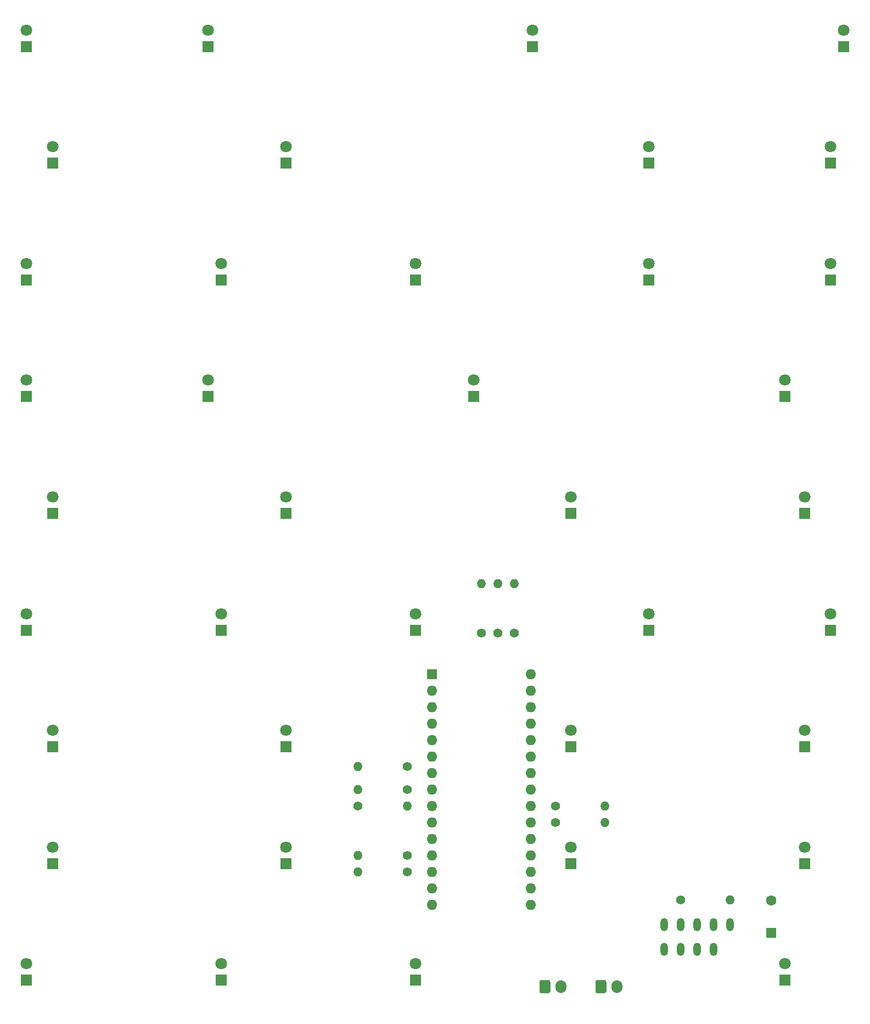
<source format=gbr>
%TF.GenerationSoftware,KiCad,Pcbnew,(5.1.7)-1*%
%TF.CreationDate,2020-10-17T18:25:27+02:00*%
%TF.ProjectId,SteirischeWortUhr2,53746569-7269-4736-9368-65576f727455,rev?*%
%TF.SameCoordinates,Original*%
%TF.FileFunction,Soldermask,Bot*%
%TF.FilePolarity,Negative*%
%FSLAX46Y46*%
G04 Gerber Fmt 4.6, Leading zero omitted, Abs format (unit mm)*
G04 Created by KiCad (PCBNEW (5.1.7)-1) date 2020-10-17 18:25:27*
%MOMM*%
%LPD*%
G01*
G04 APERTURE LIST*
%ADD10O,1.700000X2.000000*%
%ADD11O,1.400000X1.400000*%
%ADD12C,1.400000*%
%ADD13C,1.800000*%
%ADD14R,1.800000X1.800000*%
%ADD15O,1.200000X2.000000*%
%ADD16C,1.600000*%
%ADD17R,1.600000X1.600000*%
%ADD18O,1.600000X1.600000*%
G04 APERTURE END LIST*
D10*
%TO.C,J2KEY1*%
X111085000Y-164973000D03*
G36*
G01*
X107735000Y-165723000D02*
X107735000Y-164223000D01*
G75*
G02*
X107985000Y-163973000I250000J0D01*
G01*
X109185000Y-163973000D01*
G75*
G02*
X109435000Y-164223000I0J-250000D01*
G01*
X109435000Y-165723000D01*
G75*
G02*
X109185000Y-165973000I-250000J0D01*
G01*
X107985000Y-165973000D01*
G75*
G02*
X107735000Y-165723000I0J250000D01*
G01*
G37*
%TD*%
%TO.C,J1PWR1*%
X102449000Y-164973000D03*
G36*
G01*
X99099000Y-165723000D02*
X99099000Y-164223000D01*
G75*
G02*
X99349000Y-163973000I250000J0D01*
G01*
X100549000Y-163973000D01*
G75*
G02*
X100799000Y-164223000I0J-250000D01*
G01*
X100799000Y-165723000D01*
G75*
G02*
X100549000Y-165973000I-250000J0D01*
G01*
X99349000Y-165973000D01*
G75*
G02*
X99099000Y-165723000I0J250000D01*
G01*
G37*
%TD*%
D11*
%TO.C,R11*%
X128524000Y-151638000D03*
D12*
X120904000Y-151638000D03*
%TD*%
D11*
%TO.C,R10*%
X71120000Y-147320000D03*
D12*
X78740000Y-147320000D03*
%TD*%
D11*
%TO.C,R9*%
X71120000Y-144780000D03*
D12*
X78740000Y-144780000D03*
%TD*%
D11*
%TO.C,R8*%
X109220000Y-137160000D03*
D12*
X101600000Y-137160000D03*
%TD*%
D11*
%TO.C,R7*%
X71120000Y-131064000D03*
D12*
X78740000Y-131064000D03*
%TD*%
D11*
%TO.C,R6*%
X109220000Y-139700000D03*
D12*
X101600000Y-139700000D03*
%TD*%
D11*
%TO.C,R5*%
X78740000Y-137160000D03*
D12*
X71120000Y-137160000D03*
%TD*%
D11*
%TO.C,R4*%
X71120000Y-134620000D03*
D12*
X78740000Y-134620000D03*
%TD*%
D11*
%TO.C,R3*%
X92710000Y-102870000D03*
D12*
X92710000Y-110490000D03*
%TD*%
D11*
%TO.C,R2*%
X90170000Y-102870000D03*
D12*
X90170000Y-110490000D03*
%TD*%
D11*
%TO.C,R1*%
X95250000Y-102870000D03*
D12*
X95250000Y-110490000D03*
%TD*%
D13*
%TO.C,LED_\u00D6FE_1*%
X137000000Y-161460000D03*
D14*
X137000000Y-164000000D03*
%TD*%
D13*
%TO.C,LED_ZW\u00D6LFE_3*%
X20000000Y-107460000D03*
D14*
X20000000Y-110000000D03*
%TD*%
D13*
%TO.C,LED_ZW\u00D6LFE_2*%
X50000000Y-107460000D03*
D14*
X50000000Y-110000000D03*
%TD*%
D13*
%TO.C,LED_ZW\u00D6LFE_1*%
X80000000Y-107460000D03*
D14*
X80000000Y-110000000D03*
%TD*%
D13*
%TO.C,LED_ZWA_1*%
X89000000Y-71460000D03*
D14*
X89000000Y-74000000D03*
%TD*%
D13*
%TO.C,LED_ZEHNE_2*%
X104000000Y-143460000D03*
D14*
X104000000Y-146000000D03*
%TD*%
D13*
%TO.C,LED_ZEHNE_1*%
X140000000Y-143460000D03*
D14*
X140000000Y-146000000D03*
%TD*%
D13*
%TO.C,LED_VUABEI_3*%
X20000000Y-161460000D03*
D14*
X20000000Y-164000000D03*
%TD*%
D13*
%TO.C,LED_VUABEI_2*%
X50000000Y-161460000D03*
D14*
X50000000Y-164000000D03*
%TD*%
D13*
%TO.C,LED_VUABEI_1*%
X80000000Y-161460000D03*
D14*
X80000000Y-164000000D03*
%TD*%
D13*
%TO.C,LED_VIERTL_3*%
X20000000Y-53460000D03*
D14*
X20000000Y-56000000D03*
%TD*%
D13*
%TO.C,LED_VIERTL_2*%
X50000000Y-53460000D03*
D14*
X50000000Y-56000000D03*
%TD*%
D13*
%TO.C,LED_VIERTL_1*%
X80000000Y-53460000D03*
D14*
X80000000Y-56000000D03*
%TD*%
D13*
%TO.C,LED_VIERE_2*%
X104000000Y-89460000D03*
D14*
X104000000Y-92000000D03*
%TD*%
D13*
%TO.C,LED_VIERE_1*%
X140000000Y-89460000D03*
D14*
X140000000Y-92000000D03*
%TD*%
D13*
%TO.C,LED_SIEBN_2*%
X24000000Y-143460000D03*
D14*
X24000000Y-146000000D03*
%TD*%
D13*
%TO.C,LED_SIEBN_1*%
X60000000Y-143460000D03*
D14*
X60000000Y-146000000D03*
%TD*%
D13*
%TO.C,LED_SEXE_2*%
X144000000Y-107460000D03*
D14*
X144000000Y-110000000D03*
%TD*%
D13*
%TO.C,LED_SEXE_1*%
X116000000Y-107460000D03*
D14*
X116000000Y-110000000D03*
%TD*%
D13*
%TO.C,LED_SCHO_2*%
X116000000Y-35460000D03*
D14*
X116000000Y-38000000D03*
%TD*%
D13*
%TO.C,LED_SCHO_1*%
X144000000Y-35460000D03*
D14*
X144000000Y-38000000D03*
%TD*%
D13*
%TO.C,LED_OCHTE_2*%
X104000000Y-125460000D03*
D14*
X104000000Y-128000000D03*
%TD*%
D13*
%TO.C,LED_OCHTE_1*%
X140000000Y-125460000D03*
D14*
X140000000Y-128000000D03*
%TD*%
D13*
%TO.C,LED_NAINE_2*%
X24000000Y-125460000D03*
D14*
X24000000Y-128000000D03*
%TD*%
D13*
%TO.C,LED_NAINE_1*%
X60000000Y-125460000D03*
D14*
X60000000Y-128000000D03*
%TD*%
D13*
%TO.C,LED_HOLBA_2*%
X24000000Y-35460000D03*
D14*
X24000000Y-38000000D03*
%TD*%
D13*
%TO.C,LED_HOLBA_1*%
X60000000Y-35460000D03*
D14*
X60000000Y-38000000D03*
%TD*%
D13*
%TO.C,LED_GLEI_2*%
X20000000Y-17460000D03*
D14*
X20000000Y-20000000D03*
%TD*%
D13*
%TO.C,LED_GLEI_1*%
X48000000Y-17460000D03*
D14*
X48000000Y-20000000D03*
%TD*%
D13*
%TO.C,LED_F\u00DCNFE_2*%
X24000000Y-89460000D03*
D14*
X24000000Y-92000000D03*
%TD*%
D13*
%TO.C,LED_F\u00DCNFE_1*%
X60000000Y-89460000D03*
D14*
X60000000Y-92000000D03*
%TD*%
D13*
%TO.C,LED_ESIS_2*%
X98000000Y-17460000D03*
D14*
X98000000Y-20000000D03*
%TD*%
D13*
%TO.C,LED_ESIS_1*%
X146000000Y-17460000D03*
D14*
X146000000Y-20000000D03*
%TD*%
D13*
%TO.C,LED_DREI_2*%
X20000000Y-71460000D03*
D14*
X20000000Y-74000000D03*
%TD*%
D13*
%TO.C,LED_DREI_1*%
X48000000Y-71460000D03*
D14*
X48000000Y-74000000D03*
%TD*%
D13*
%TO.C,LED_DREI4TL_2*%
X116000000Y-53460000D03*
D14*
X116000000Y-56000000D03*
%TD*%
D13*
%TO.C,LED_DREI4TL_1*%
X144000000Y-53460000D03*
D14*
X144000000Y-56000000D03*
%TD*%
D13*
%TO.C,LED_ANS_1*%
X137000000Y-71460000D03*
D14*
X137000000Y-74000000D03*
%TD*%
D15*
%TO.C,DCF2*%
X128524000Y-155448000D03*
X125984000Y-155448000D03*
X123444000Y-155448000D03*
X120904000Y-155448000D03*
X118364000Y-155448000D03*
%TD*%
%TO.C,DCF1*%
X125984000Y-159258000D03*
X123444000Y-159258000D03*
X120904000Y-159258000D03*
X118364000Y-159258000D03*
%TD*%
D16*
%TO.C,C1*%
X134874000Y-151718000D03*
D17*
X134874000Y-156718000D03*
%TD*%
D18*
%TO.C,ArduinoNanoV3*%
X97790000Y-152400000D03*
X82550000Y-152400000D03*
X97790000Y-116840000D03*
X82550000Y-149860000D03*
X97790000Y-119380000D03*
X82550000Y-147320000D03*
X97790000Y-121920000D03*
X82550000Y-144780000D03*
X97790000Y-124460000D03*
X82550000Y-142240000D03*
X97790000Y-127000000D03*
X82550000Y-139700000D03*
X97790000Y-129540000D03*
X82550000Y-137160000D03*
X97790000Y-132080000D03*
X82550000Y-134620000D03*
X97790000Y-134620000D03*
X82550000Y-132080000D03*
X97790000Y-137160000D03*
X82550000Y-129540000D03*
X97790000Y-139700000D03*
X82550000Y-127000000D03*
X97790000Y-142240000D03*
X82550000Y-124460000D03*
X97790000Y-144780000D03*
X82550000Y-121920000D03*
X97790000Y-147320000D03*
X82550000Y-119380000D03*
X97790000Y-149860000D03*
D17*
X82550000Y-116840000D03*
%TD*%
M02*

</source>
